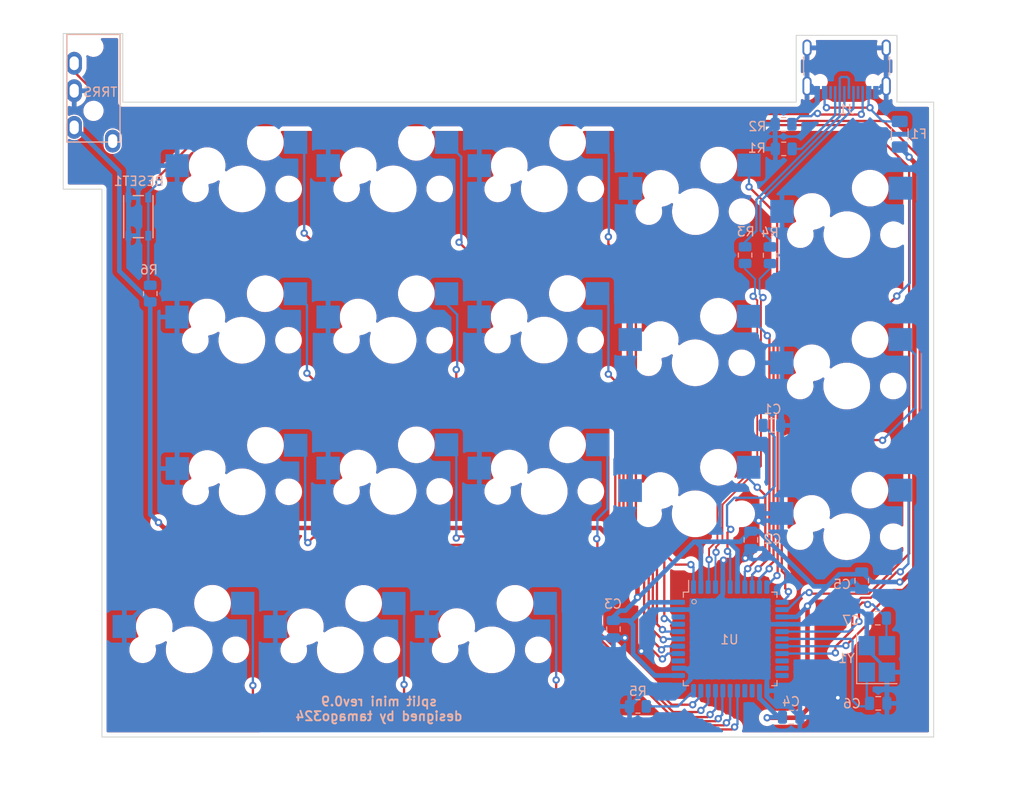
<source format=kicad_pcb>
(kicad_pcb (version 20211014) (generator pcbnew)
  (layers (0 "F.Cu" signal) (31 "B.Cu" signal) (34 "B.Paste" user) (35 "F.Paste" user) (36 "B.SilkS" user "B.Silkscreen") (37 "F.SilkS" user "F.Silkscreen") (38 "B.Mask" user) (39 "F.Mask" user) (44 "Edge.Cuts" user))
  (net 0 "")
  (net 1 "Net-(C1-Pad1)")
  (net 2 "GND")
  (net 3 "VCC")
  (net 4 "XTAL1")
  (net 5 "XTAL2")
  (net 6 "Net-(F1-Pad1)")
  (net 7 "Net-(J1-PadA5)")
  (net 8 "Net-(J1-PadA6)")
  (net 9 "Net-(J1-PadA7)")
  (net 11 "Net-(J1-PadB5)")
  (net 13 "SCL")
  (net 15 "D-")
  (net 16 "D+")
  (net 17 "Net-(R5-Pad1)")
  (net 18 "RESET")
  (net 19 "/col0")
  (net 20 "/col1")
  (net 21 "/col2")
  (net 22 "/col3")
  (net 23 "/col4")
  (net 24 "/col5")
  (net 25 "/col6")
  (net 26 "/col7")
  (net 27 "/col8")
  (net 28 "/col9")
  (net 29 "/col10")
  (net 30 "/col11")
  (net 31 "/col12")
  (net 32 "/col13")
  (net 33 "/col14")
  (net 34 "/col15")
  (net 35 "/col16")
  (net 36 "/col17")
  (footprint "split mini:CherryMX_Hotswap" (layer "F.Cu") (at 105.1 73.85)
    (fp_text reference "SW15" hide)
    (fp_text value "SW_Push" hide)
  )
  (footprint "split mini:CherryMX_Hotswap" (layer "F.Cu") (at 55.6 52.4)
    (fp_text reference "SW7" hide)
    (fp_text value "SW_Push" hide)
  )
  (footprint "split mini:CherryMX_Hotswap" (layer "F.Cu") (at 72.1 35.87)
    (fp_text reference "SW3" hide)
    (fp_text value "SW_Push" hide)
  )
  (footprint "split mini:CherryMX_Hotswap" (layer "F.Cu") (at 39.1 52.4)
    (fp_text reference "SW6" hide)
    (fp_text value "SW_Push" hide)
  )
  (footprint "split mini:CherryMX_Hotswap" (layer "F.Cu") (at 49.84 86.22)
    (fp_text reference "SW17" hide)
    (fp_text value "SW_Push" hide)
  )
  (footprint "split mini:CherryMX_Hotswap" (layer "F.Cu") (at 88.57 71.35)
    (fp_text reference "SW14" hide)
    (fp_text value "SW_Push" hide)
  )
  (footprint "split mini:CherryMX_Hotswap" (layer "F.Cu") (at 88.57 54.86)
    (fp_text reference "SW9" hide)
    (fp_text value "SW_Push" hide)
  )
  (footprint "split mini:CherryMX_Hotswap" (layer "F.Cu") (at 72.08 52.38)
    (fp_text reference "SW8" hide)
    (fp_text value "SW_Push" hide)
  )
  (footprint "split mini:CherryMX_Hotswap" (layer "F.Cu") (at 105.11 57.4)
    (fp_text reference "SW10" hide)
    (fp_text value "SW_Push" hide)
  )
  (footprint "split mini:CherryMX_Hotswap" (layer "F.Cu") (at 39.13 68.95)
    (fp_text reference "SW11" hide)
    (fp_text value "SW_Push" hide)
  )
  (footprint "split mini:CherryMX_Hotswap" (layer "F.Cu") (at 39.12 35.87)
    (fp_text reference "SW1" hide)
    (fp_text value "SW_Push" hide)
  )
  (footprint "split mini:CherryMX_Hotswap" (layer "F.Cu") (at 55.6 68.9)
    (fp_text reference "SW12" hide)
    (fp_text value "SW_Push" hide)
  )
  (footprint "split mini:CherryMX_Hotswap" (layer "F.Cu") (at 105.13 40.87)
    (fp_text reference "SW5" hide)
    (fp_text value "SW_Push" hide)
  )
  (footprint "split mini:CherryMX_Hotswap" (layer "F.Cu") (at 55.61 35.87)
    (fp_text reference "SW2" hide)
    (fp_text value "SW_Push" hide)
  )
  (footprint "split mini:CherryMX_Hotswap" (layer "F.Cu") (at 72.1 68.9)
    (fp_text reference "SW13" hide)
    (fp_text value "SW_Push" hide)
  )
  (footprint "split mini:CherryMX_Hotswap" (layer "F.Cu") (at 33.35 86.2)
    (fp_text reference "SW16" hide)
    (fp_text value "SW_Push" hide)
  )
  (footprint "split mini:CherryMX_Hotswap" (layer "F.Cu") (at 88.6 38.35)
    (fp_text reference "SW4" hide)
    (fp_text value "SW_Push" hide)
  )
  (footprint "split mini:CherryMX_Hotswap" (layer "F.Cu") (at 66.36 86.21)
    (fp_text reference "SW18" hide)
    (fp_text value "SW_Push" hide)
  )
  (footprint "split mini:USB_C_Receptacle_Neltron_5077CR-16SMC2" (layer "B.Cu") (at 105.1 21.54)
    (fp_text reference "J1")
    (fp_text value "USB_C_Receptacle_USB2.0")
  )
  (footprint "Package_QFP:LQFP-44_10x10mm_P0.8mm" (layer "B.Cu") (at 92.39 85.015 -90)
    (fp_text reference "U1")
    (fp_text value "ATmega32U4-A")
  )
  (footprint "Fuse:Fuse_1206_3216Metric" (layer "B.Cu") (at 110.9 29.9 -90)
    (fp_text reference "F1")
    (fp_text value "500mA")
  )
  (footprint "Resistor_SMD:R_0805_2012Metric" (layer "B.Cu") (at 82.32 92.385 180)
    (fp_text reference "R5")
    (fp_text value "10k")
  )
  (footprint "Resistor_SMD:R_0805_2012Metric" (layer "B.Cu") (at 98.2375 31.5 180)
    (fp_text reference "R1")
    (fp_text value "5.1k")
  )
  (footprint "Capacitor_SMD:C_0805_2012Metric" (layer "B.Cu") (at 106.75 78.65 -90)
    (fp_text reference "C5")
    (fp_text value "10μF")
  )
  (footprint "split mini:MJ-4PP-9_1side" (layer "B.Cu") (at 22.9 18.85 180)
    (fp_text reference "J2")
    (fp_text value "MJ-4PP-9" hide)
  )
  (footprint "Capacitor_SMD:C_0805_2012Metric" (layer "B.Cu") (at 108.5 82.75 180)
    (fp_text reference "C7")
    (fp_text value "22pF")
  )
  (footprint "Resistor_SMD:R_0805_2012Metric" (layer "B.Cu") (at 98.2175 28.81 180)
    (fp_text reference "R2")
    (fp_text value "5.1k")
  )
  (footprint "nosuz:SKRPAxE010" (layer "B.Cu") (at 27.8 38.9 -90)
    (fp_text reference "RESET1")
    (fp_text value "SKRPACE010")
  )
  (footprint "Crystal:Crystal_SMD_SeikoEpson_FA238-4Pin_3.2x2.5mm_HandSoldering" (layer "B.Cu") (at 108.4 87.2 90)
    (fp_text reference "Y1")
    (fp_text value "16MHz")
  )
  (footprint "Capacitor_SMD:C_0805_2012Metric" (layer "B.Cu") (at 99.05 93.565)
    (fp_text reference "C4")
    (fp_text value "0.1μF")
  )
  (footprint "Capacitor_SMD:C_0805_2012Metric" (layer "B.Cu") (at 94.65 74.2 -90)
    (fp_text reference "C2")
    (fp_text value "0.1μF")
  )
  (footprint "Resistor_SMD:R_0805_2012Metric" (layer "B.Cu") (at 29.1 47.3 90)
    (fp_text reference "R6")
    (fp_text value "10k")
  )
  (footprint "Capacitor_SMD:C_0805_2012Metric" (layer "B.Cu") (at 108.55 92.05 180)
    (fp_text reference "C6")
    (fp_text value "22pF")
  )
  (footprint "Resistor_SMD:R_0805_2012Metric" (layer "B.Cu") (at 96.75 43.1125 -90)
    (fp_text reference "R4")
    (fp_text value "22")
  )
  (footprint "Resistor_SMD:R_0805_2012Metric" (layer "B.Cu") (at 94.02 43.1025 -90)
    (fp_text reference "R3")
    (fp_text value "22")
  )
  (footprint "Capacitor_SMD:C_0805_2012Metric" (layer "B.Cu") (at 79.65 83.95 -90)
    (fp_text reference "C3")
    (fp_text value "0.1μF")
  )
  (footprint "Capacitor_SMD:C_0805_2012Metric" (layer "B.Cu") (at 96.95 61.7)
    (fp_text reference "C1")
    (fp_text value "1μF")
  )
  (gr_circle (center 88.45 80.95) (end 88.68 81.04) (layer "B.SilkS") (width 0.1) (fill none))
  (gr_line (start 26.1 26.4) (end 26.1 18.9) (layer "Edge.Cuts") (width 0.1))
  (gr_line (start 19.6 18.9) (end 19.6 35.9) (layer "Edge.Cuts") (width 0.1))
  (gr_line (start 23.825 95.725) (end 114.6 95.725) (layer "Edge.Cuts") (width 0.1))
  (gr_line (start 114.6 26.4) (end 110.6 26.4) (layer "Edge.Cuts") (width 0.1))
  (gr_line (start 99.6 19.1) (end 99.6 26.4) (layer "Edge.Cuts") (width 0.1))
  (gr_line (start 23.825 35.9) (end 19.6 35.9) (layer "Edge.Cuts") (width 0.1))
  (gr_line (start 23.825 35.9) (end 23.825 95.725) (layer "Edge.Cuts") (width 0.1))
  (gr_line (start 110.6 19.1) (end 99.6 19.1) (layer "Edge.Cuts") (width 0.1))
  (gr_line (start 26.1 18.9) (end 19.6 18.9) (layer "Edge.Cuts") (width 0.1))
  (gr_line (start 114.6 95.725) (end 114.6 26.4) (layer "Edge.Cuts") (width 0.1))
  (gr_line (start 99.6 26.4) (end 26.1 26.4) (layer "Edge.Cuts") (width 0.1))
  (gr_line (start 110.6 26.4) (end 110.6 19.1) (layer "Edge.Cuts") (width 0.1))
  (gr_text "split mini rev0.9\ndesigned by tamago324" (at 54.06 92.65) (layer "B.SilkS") (effects (font (size 1 1) (thickness 0.2)) (justify mirror)))
  (segment (start 92.1 75.45) (end 92.099312 75.450688) (width 0.25) (layer "F.Cu") (net 1))
  (segment (start 92.1 73.4) (end 92.1 75.45) (width 0.25) (layer "F.Cu") (net 1))
  (segment (start 92.45 73.05) (end 92.1 73.4) (width 0.25) (layer "F.Cu") (net 1))
  (via (at 92.099312 75.450688) (size 0.8) (drill 0.4) (layers "F.Cu" "B.Cu") (net 1))
  (via (at 92.45 73.05) (size 0.8) (drill 0.4) (layers "F.Cu" "B.Cu") (net 1))
  (segment (start 97.25 68.35) (end 96 69.6) (width 0.25) (layer "B.Cu") (net 1))
  (segment (start 92.39 75.741376) (end 92.39 79.3525) (width 0.25) (layer "B.Cu") (net 1))
  (segment (start 92.05 72.65) (end 92.45 73.05) (width 0.25) (layer "B.Cu") (net 1))
  (segment (start 92.099312 75.450688) (end 92.39 75.741376) (width 0.25) (layer "B.Cu") (net 1))
  (segment (start 96 69.6) (end 92.85 69.6) (width 0.25) (layer "B.Cu") (net 1))
  (segment (start 92.05 70.4) (end 92.05 72.65) (width 0.25) (layer "B.Cu") (net 1))
  (segment (start 96 61.7) (end 97.25 62.95) (width 0.25) (layer "B.Cu") (net 1))
  (segment (start 97.25 62.95) (end 97.25 68.35) (width 0.25) (layer "B.Cu") (net 1))
  (segment (start 92.85 69.6) (end 92.05 70.4) (width 0.25) (layer "B.Cu") (net 1))
  (segment (start 94.4 73.2) (end 94.4 75.8395) (width 0.5) (layer "F.Cu") (net 2))
  (segment (start 80.9 84.9) (end 81.251376 84.9) (width 0.5) (layer "F.Cu") (net 2))
  (segment (start 93.8395 76.4) (end 91.682909 76.4) (width 0.5) (layer "F.Cu") (net 2))
  (segment (start 94.4 75.8395) (end 94.0395 76.2) (width 0.5) (layer "F.Cu") (net 2))
  (segment (start 81.251376 84.9) (end 82.700438 86.349062) (width 0.5) (layer "F.Cu") (net 2))
  (segment (start 95.5 72.1) (end 94.4 73.2) (width 0.5) (layer "F.Cu") (net 2))
  (segment (start 91.682909 76.4) (end 91.6655 76.417409) (width 0.5) (layer "F.Cu") (net 2))
  (segment (start 94.0395 76.2) (end 93.8395 76.4) (width 0.5) (layer "F.Cu") (net 2))
  (via (at 104.14 91.44) (size 0.8) (drill 0.4) (layers "F.Cu" "B.Cu") (net 2))
  (via (at 91.6655 76.417409) (size 0.8) (drill 0.4) (layers "F.Cu" "B.Cu") (net 2))
  (via (at 82.700438 86.349062) (size 0.8) (drill 0.4) (layers "F.Cu" "B.Cu") (net 2))
  (via (at 94.0395 76.2) (size 0.8) (drill 0.4) (layers "F.Cu" "B.Cu") (net 2))
  (via (at 95.5 72.1) (size 0.8) (drill 0.4) (layers "F.Cu" "B.Cu") (net 2))
  (via (at 80.9 84.9) (size 0.8) (drill 0.4) (layers "F.Cu" "B.Cu") (net 2))
  (segment (start 26.72 35.33) (end 27.35 34.7) (width 0.5) (layer "B.Cu") (net 2))
  (segment (start 95.415 30.7) (end 83.2 30.7) (width 0.5) (layer "B.Cu") (net 2))
  (segment (start 109.42 24.64) (end 109.42 20.46) (width 0.5) (layer "B.Cu") (net 2))
  (segment (start 27.35 34.7) (end 28.72 33.33) (width 0.5) (layer "B.Cu") (net 2))
  (segment (start 109.5 92.05) (end 109.5 88.65) (width 0.5) (layer "B.Cu") (net 2))
  (segment (start 65.015 33.33) (end 65.015 49.82) (width 0.5) (layer "B.Cu") (net 2))
  (segment (start 89.585 81.815) (end 89.89585 81.815) (width 0.5) (layer "B.Cu") (net 2))
  (segment (start 59.275 83.67) (end 59.275 87.725) (width 0.5) (layer "B.Cu") (net 2))
  (segment (start 89.89585 81.815) (end 91.59 80.12085) (width 0.5) (layer "B.Cu") (net 2))
  (segment (start 96.39 90.6775) (end 96.39 88.79) (width 0.5) (layer "B.Cu") (net 2))
  (segment (start 48.515 49.86) (end 48.515 33.34) (width 0.5) (layer "B.Cu") (net 2))
  (segment (start 82.700438 86.349062) (end 82.700438 82.939512) (width 0.5) (layer "B.Cu") (net 2))
  (segment (start 98.045 54.84) (end 98.025 54.86) (width 0.5) (layer "B.Cu") (net 2))
  (segment (start 100.78 24.64) (end 101.2 24.64) (width 0.5) (layer "B.Cu") (net 2))
  (segment (start 97.9 61.7) (end 98.025 61.575) (width 0.5) (layer "B.Cu") (net 2))
  (segment (start 91.6655 76.417409) (end 91.55 76.532909) (width 0.5) (layer "B.Cu") (net 2))
  (segment (start 94.0395 75.7605) (end 94.65 75.15) (width 0.5) (layer "B.Cu") (net 2))
  (segment (start 48.515 77.92) (end 46.9425 79.4925) (width 0.5) (layer "B.Cu") (net 2))
  (segment (start 88.05 88.76915) (end 87.49585 88.215) (width 0.5) (layer "B.Cu") (net 2))
  (segment (start 97.305 28.81) (end 95.415 30.7) (width 0.5) (layer "B.Cu") (net 2))
  (segment (start 92.45 83.25) (end 92.615 83.415) (width 0.5) (layer "B.Cu") (net 2))
  (segment (start 107.55 82.75) (end 107.3 83) (width 0.5) (layer "B.Cu") (net 2))
  (segment (start 83.6925 90.1) (end 87.45 90.1) (width 0.5) (layer "B.Cu") (net 2))
  (segment (start 81.515 32.385) (end 81.515 35.81) (width 0.5) (layer "B.Cu") (net 2))
  (segment (start 80.9 84.9) (end 79.65 84.9) (width 0.5) (layer "B.Cu") (net 2))
  (segment (start 68.45 28.05) (end 65.015 31.485) (width 0.5) (layer "B.Cu") (net 2))
  (segment (start 98.015 61.815) (end 98.015 71.31) (width 0.5) (layer "B.Cu") (net 2))
  (segment (start 64.1725 78.7725) (end 65.015 77.93) (width 0.5) (layer "B.Cu") (net 2))
  (segment (start 98.045 38.33) (end 98.045 54.84) (width 0.5) (layer "B.Cu") (net 2))
  (segment (start 95.5 72.1) (end 97.225 72.1) (width 0.5) (layer "B.Cu") (net 2))
  (segment (start 32.035 49.84) (end 32.015 49.86) (width 0.5) (layer "B.Cu") (net 2))
  (segment (start 101 27.35) (end 97.65 27.35) (width 0.5) (layer "B.Cu") (net 2))
  (segment (start 93.8 86.2) (end 92.45 86.2) (width 0.5) (layer "B.Cu") (net 2))
  (segment (start 65.015 77.93) (end 65.015 66.36) (width 0.5) (layer "B.Cu") (net 2))
  (segment (start 65.015 49.82) (end 64.995 49.84) (width 0.5) (layer "B.Cu") (net 2))
  (segment (start 79.7 28.05) (end 68.45 28.05) (width 0.5) (layer "B.Cu") (net 2))
  (segment (start 87.45 90.1) (end 87.45 90.04915) (width 0.5) (layer "B.Cu") (net 2))
  (segment (start 91.015 81.815) (end 89.585 81.815) (width 0.5) (layer "B.Cu") (net 2))
  (segment (start 22.9 25.15) (end 27.35 29.6) (width 0.5) (layer "B.Cu") (net 2))
  (segment (start 27.35 29.6) (end 27.35 34.7) (width 0.5) (layer "B.Cu") (net 2))
  (segment (start 59.275 87.725) (end 62.49625 90.94625) (width 0.5) (layer "B.Cu") (net 2))
  (segment (start 65.015 31.485) (end 65.015 33.33) (width 0.5) (layer "B.Cu") (net 2))
  (segment (start 20.8 25.15) (end 22.9 25.15) (width 0.5) (layer "B.Cu") (net 2))
  (segment (start 82.84625 90.94625) (end 83.6925 90.1) (width 0.5) (layer "B.Cu") (net 2))
  (segment (start 99.835 83.415) (end 98.0525 83.415) (width 0.5) (layer "B.Cu") (net 2))
  (segment (start 97.47995 92.39) (end 96.39 91.30005) (width 0.5) (layer "B.Cu") (net 2))
  (segment (start 91.59 80.12085) (end 91.59 79.3525) (width 0.5) (layer "B.Cu") (net 2))
  (segment (start 92.45 86.2) (end 92.45 83.25) (width 0.5) (layer "B.Cu") (net 2))
  (segment (start 97.305 27.695) (end 97.305 28.81) (width 0.5) (layer "B.Cu") (net 2))
  (segment (start 92.45 83.25) (end 91.015 81.815) (width 0.5) (layer "B.Cu") (net 2))
  (segment (start 105.8 78.65) (end 105.75 78.65) (width 0.5) (layer "B.Cu") (net 2))
  (segment (start 28.72 33.33) (end 32.035 33.33) (width 0.5) (layer "B.Cu") (net 2))
  (segment (start 65.015 66.36) (end 65.015 49.86) (width 0.5) (layer "B.Cu") (net 2))
  (segment (start 106.75 79.6) (end 105.8 78.65) (width 0.5) (layer "B.Cu") (net 2))
  (segment (start 97.9 61.7) (end 98.015 61.815) (width 0.5) (layer "B.Cu") (net 2))
  (segment (start 109.5 88.345) (end 109.5 88.65) (width 0.35) (layer "B.Cu") (net 2))
  (segment (start 62.49625 90.94625) (end 82.84625 90.94625) (width 0.5) (layer "B.Cu") (net 2))
  (segment (start 48.515 66.36) (end 48.515 77.365) (width 0.5) (layer "B.Cu") (net 2))
  (segment (start 87.45 90.04915) (end 88.05 89.44915) (width 0.5) (layer "B.Cu") (net 2))
  (segment (start 26.72 36.82) (end 26.72 40.98) (width 0.5) (layer "B.Cu") (net 2))
  (segment (start 32.045 77.88) (end 26.265 83.66) (width 0.5) (layer "B.Cu") (net 2))
  (segment (start 105.75 78.65) (end 102.4 82) (width 0.5) (layer "B.Cu") (net 2))
  (segment (start 101.9 25.34) (end 101.9 26.45) (width 0.5) (layer "B.Cu") (net 2))
  (segment (start 82.775 31.125) (end 81.515 32.385) (width 0.5) (layer "B.Cu") (net 2))
  (segment (start 48.515 77.365) (end 62.765 77.365) (width 0.5) (layer "B.Cu") (net 2))
  (segment (start 91.59 76.492909) (end 91.59 79.3525) (width 0.5) (layer "B.Cu") (net 2))
  (segment (start 48.515 66.36) (end 48.515 49.86) (width 0.5) (layer "B.Cu") (net 2))
  (segment (start 48.515 77.365) (end 48.515 77.92) (width 0.5) (layer "B.Cu") (net 2))
  (segment (start 46.9425 79.4925) (end 42.755 83.68) (width 0.5) (layer "B.Cu") (net 2))
  (segment (start 98.825 92.39) (end 97.47995 92.39) (width 0.5) (layer "B.Cu") (net 2))
  (segment (start 91.6655 76.417409) (end 91.59 76.492909) (width 0.5) (layer "B.Cu") (net 2))
  (segment (start 32.045 66.41) (end 32.045 77.88) (width 0.5) (layer "B.Cu") (net 2))
  (segment (start 107.3 85.75) (end 107.3 86.145) (width 0.35) (layer "B.Cu") (net 2))
  (segment (start 97.65 27.35) (end 97.305 27.695) (width 0.5) (layer "B.Cu") (net 2))
  (segment (start 81.485 68.81) (end 81.485 52.32) (width 0.5) (layer "B.Cu") (net 2))
  (segment (start 48.515 33.34) (end 48.525 33.33) (width 0.5) (layer "B.Cu") (net 2))
  (segment (start 108.72 25.34) (end 109.42 24.64) (width 0.5) (layer "B.Cu") (net 2))
  (segment (start 82.700438 82.939512) (end 83.82495 81.815) (width 0.5) (layer "B.Cu") (net 2))
  (segment (start 88.05 88.76915) (end 89.88085 88.76915) (width 0.5) (layer "B.Cu") (net 2))
  (segment (start 89.88085 88.76915) (end 92.45 86.2) (width 0.5) (layer "B.Cu") (net 2))
  (segment (start 92.615 83.415) (end 98.0525 83.415) (width 0.5) (layer "B.Cu") (net 2))
  (segment (start 65.015 49.86) (end 64.995 49.84) (width 0.5) (layer "B.Cu") (net 2))
  (segment (start 45.33 77.88) (end 46.9425 79.4925) (width 0.5) (layer "B.Cu") (net 2))
  (segment (start 94.0395 76.2) (end 94.0395 75.7605) (width 0.5) (layer "B.Cu") (net 2))
  (segment (start 100.78 20.46) (end 100.78 24.64) (width 0.5) (layer "B.Cu") (net 2))
  (segment (start 87.49585 88.215) (end 86.7275 88.215) (width 0.5) (layer "B.Cu") (net 2))
  (segment (start 101.9 26.45) (end 101 27.35) (width 0.5) (layer "B.Cu") (net 2))
  (segment (start 107.3 86.145) (end 109.5 88.345) (width 0.35) (layer "B.Cu") (net 2))
  (segment (start 97.305 28.81) (end 97.305 31.48) (width 0.5) (layer "B.Cu") (net 2))
  (segment (start 81.485 52.32) (end 81.485 35.84) (width 0.5) (layer "B.Cu") (net 2))
  (segment (start 86.7275 81.815) (end 89.585 81.815) (width 0.5) (layer "B.Cu") (net 2))
  (segment (start 107.3 83) (end 107.3 85.75) (width 0.5) (layer "B.Cu") (net 2))
  (segment (start 102.4 82) (end 100.985 83.415) (width 0.5) (layer "B.Cu") (net 2))
  (segment (start 32.045 77.88) (end 45.33 77.88) (width 0.5) (layer "B.Cu") (net 2))
  (segment (start 98.025 61.575) (end 98.025 54.86) (width 0.5) (layer "B.Cu") (net 2))
  (segment (start 96.39 88.79) (end 93.8 86.2) (width 0.5) (layer "B.Cu") (net 2))
  (segment (start 81.4075 92.385) (end 82.84625 90.94625) (width 0.5) (layer "B.Cu") (net 2))
  (segment (start 26.72 36.82) (end 26.72 35.33) (width 0.5) (layer "B.Cu") (net 2))
  (segment (start 107.55 82.75) (end 106.8 82) (width 0.5) (layer "B.Cu") (net 2))
  (segment (start 83.2 30.7) (end 82.775 31.125) (width 0.5) (layer "B.Cu") (net 2))
  (segment (start 100 93.565) (end 98.825 92.39) (width 0.5) (layer "B.Cu") (net 2))
  (segment (start 62.765 77.365) (end 64.1725 78.7725) (width 0.5) (layer "B.Cu") (net 2))
  (segment (start 32.015 66.38) (end 32.045 66.41) (width 0.5) (layer "B.Cu") (net 2))
  (segment (start 88.05 89.44915) (end 88.05 88.76915) (width 0.5) (layer "B.Cu") (net 2))
  (segment (start 100.985 83.415) (end 99.835 83.415) (width 0.5) (layer "B.Cu") (net 2))
  (segment (start 32.035 33.33) (end 32.035 49.84) (width 0.5) (layer "B.Cu") (net 2))
  (segment (start 101.2 24.64) (end 101.9 25.34) (width 0.5) (layer "B.Cu") (net 2))
  (segment (start 97.225 72.1) (end 98.015 71.31) (width 0.5) (layer "B.Cu") (net 2))
  (segment (start 59.275 83.67) (end 64.1725 78.7725) (width 0.5) (layer "B.Cu") (net 2))
  (segment (start 32.015 49.86) (end 32.015 66.38) (width 0.5) (layer "B.Cu") (net 2))
  (segment (start 97.305 31.48) (end 97.325 31.5) (width 0.5) (layer "B.Cu") (net 2))
  (segment (start 108.3 25.34) (end 108.72 25.34) (width 0.5) (layer "B.Cu") (net 2))
  (segment (start 81.485 35.84) (end 81.515 35.81) (width 0.5) (layer "B.Cu") (net 2))
  (segment (start 82.775 31.125) (end 79.7 28.05) (width 0.5) (layer "B.Cu") (net 2))
  (segment (start 109.42 20.46) (end 100.78 20.46) (width 0.5) (layer "B.Cu") (net 2))
  (segment (start 96.39 91.30005) (end 96.39 90.6775) (width 0.5) (layer "B.Cu") (net 2))
  (segment (start 83.82495 81.815) (end 86.7275 81.815) (width 0.5) (layer "B.Cu") (net 2))
  (segment (start 106.8 82) (end 102.4 82) (width 0.5) (layer "B.Cu") (net 2))
  (segment (start 30.6 72.9) (end 30 72.3) (width 0.5) (layer "F.Cu") (net 3))
  (segment (start 96.425 93.625) (end 99.875 93.625) (width 0.5) (layer "F.Cu") (net 3))
  (segment (start 100.830025 92.669975) (end 100.830025 81.430025) (width 0.5) (layer "F.Cu") (net 3))
  (segment (start 99.875 93.625) (end 100.830025 92.669975) (width 0.5) (layer "F.Cu") (net 3))
  (segment (start 82.2755 76.9755) (end 78.2 72.9) (width 0.5) (layer "F.Cu") (net 3))
  (segment (start 112.5 32.975) (end 111.925 32.4) (width 0.5) (layer "F.Cu") (net 3))
  (segment (start 110.9 78.8) (end 111.051375 78.8) (width 0.5) (layer "F.Cu") (net 3))
  (segment (start 111.051375 78.8) (end 112.5 77.351375) (width 0.5) (layer "F.Cu") (net 3))
  (segment (start 82.2755 80.475) (end 82.2755 76.9755) (width 0.5) (layer "F.Cu") (net 3))
  (segment (start 112.5 77.351375) (end 112.5 32.975) (width 0.5) (layer "F.Cu") (net 3))
  (segment (start 78.2 72.9) (end 30.6 72.9) (width 0.5) (layer "F.Cu") (net 3))
  (via (at 30 72.3) (size 0.8) (drill 0.4) (layers "F.Cu" "B.Cu") (net 3))
  (via (at 100.830025 81.430025) (size 0.8) (drill 0.4) (layers "F.Cu" "B.Cu") (net 3))
  (via (at 110.9 78.8) (size 0.8) (drill 0.4) (layers "F.Cu" "B.Cu") (net 3))
  (via (at 96.425 93.625) (size 0.8) (drill 0.4) (layers "F.Cu" "B.Cu") (net 3))
  (via (at 82.2755 80.475) (size 0.8) (drill 0.4) (layers "F.Cu" "B.Cu") (net 3))
  (via (at 111.925 32.4) (size 0.8) (drill 0.4) (layers "F.Cu" "B.Cu") (net 3))
  (segment (start 79.65 83) (end 81.3 83) (width 0.5) (layer "B.Cu") (net 3))
  (segment (start 83.635 81.015) (end 86.7275 81.015) (width 0.5) (layer "B.Cu") (net 3))
  (segment (start 81.475 83.175) (end 81.8 83.5) (width 0.5) (layer "B.Cu") (net 3))
  (segment (start 94.65 73.25) (end 95.5 73.25) (width 0.5) (layer "B.Cu") (net 3))
  (segment (start 89.19 74.94) (end 88.65 74.4) (width 0.5) (layer "B.Cu") (net 3))
  (segment (start 93.19 75.34) (end 92.25 74.4) (width 0.5) (layer "B.Cu") (net 3))
  (segment (start 98.1 93.565) (end 97.665 93.565) (width 0.5) (layer "B.Cu") (net 3))
  (segment (start 25.725 33.975) (end 20.9 29.15) (width 0.5) (layer "B.Cu") (net 3))
  (segment (start 91.5 74.4) (end 88.475 74.4) (width 0.5) (layer "B.Cu") (net 3))
  (segment (start 100.830025 81.430025) (end 99.64505 82.615) (width 0.5) (layer "B.Cu") (net 3))
  (segment (start 80.95 81.925) (end 80.35 81.925) (width 0.5) (layer "B.Cu") (net 3))
  (segment (start 81.3 83) (end 81.475 83.175) (width 0.5) (layer "B.Cu") (net 3))
  (segment (start 84.165 89.015) (end 86.7275 89.015) (width 0.5) (layer "B.Cu") (net 3))
  (segment (start 29.1 71.4) (end 30 72.3) (width 0.5) (layer "B.Cu") (net 3))
  (segment (start 111.925 32.325) (end 110.9 31.3) (width 0.5) (layer "B.Cu") (net 3))
  (segment (start 110.9 78.8) (end 107.85 78.8) (width 0.5) (layer "B.Cu") (net 3))
  (segment (start 97.665 93.565) (end 95.59 91.49) (width 0.5) (layer "B.Cu") (net 3))
  (segment (start 111.925 32.4) (end 111.925 32.325) (width 0.5) (layer "B.Cu") (net 3))
  (segment (start 106.5 77.95) (end 104.310051 77.95) (width 0.5) (layer "B.Cu") (net 3))
  (segment (start 29.1 48.2125) (end 29.1 71.4) (width 0.5) (layer "B.Cu") (net 3))
  (segment (start 96.485 93.565) (end 98.1 93.565) (width 0.5) (layer "B.Cu") (net 3))
  (segment (start 106.75 77.7) (end 106.5 77.95) (width 0.5) (layer "B.Cu") (net 3))
  (segment (start 29.1 48.2125) (end 25.725 44.8375) (width 0.5) (layer "B.Cu") (net 3))
  (segment (start 79.65 82.625) (end 79.65 83) (width 0.5) (layer "B.Cu") (net 3))
  (segment (start 25.725 44.8375) (end 25.725 33.975) (width 0.5) (layer "B.Cu") (net 3))
  (segment (start 94.65 73.25) (end 93.5 74.4) (width 0.5) (layer "B.Cu") (net 3))
  (segment (start 20.9 29.15) (end 20.8 29.15) (width 0.5) (layer "B.Cu") (net 3))
  (segment (start 96.425 93.625) (end 96.485 93.565) (width 0.5) (layer "B.Cu") (net 3))
  (segment (start 81.475 83.175) (end 83.635 81.015) (width 0.5) (layer "B.Cu") (net 3))
  (segment (start 92.25 74.4) (end 91.5 74.4) (width 0.5) (layer "B.Cu") (net 3))
  (segment (start 89.19 79.3525) (end 89.19 74.94) (width 0.5) (layer "B.Cu") (net 3))
  (segment (start 88.475 74.4) (end 80.95 81.925) (width 0.5) (layer "B.Cu") (net 3))
  (segment (start 80.35 81.925) (end 79.65 82.625) (width 0.5) (layer "B.Cu") (net 3))
  (segment (start 107.85 78.8) (end 106.75 77.7) (width 0.5) (layer "B.Cu") (net 3))
  (segment (start 81.8 83.5) (end 81.8 86.65) (width 0.5) (layer "B.Cu") (net 3))
  (segment (start 95.59 91.49) (end 95.59 90.6775) (width 0.5) (layer "B.Cu") (net 3))
  (segment (start 95.5 73.25) (end 101.530025 79.280025) (width 0.5) (layer "B.Cu") (net 3))
  (segment (start 101.530025 79.280025) (end 102.980025 79.280025) (width 0.5) (layer "B.Cu") (net 3))
  (segment (start 102.980025 79.280025) (end 100.830025 81.430025) (width 0.5) (layer "B.Cu") (net 3))
  (segment (start 93.19 79.3525) (end 93.19 75.34) (width 0.5) (layer "B.Cu") (net 3))
  (segment (start 99.64505 82.615) (end 98.0525 82.615) (width 0.5) (layer "B.Cu") (net 3))
  (segment (start 93.5 74.4) (end 91.5 74.4) (width 0.5) (layer "B.Cu") (net 3))
  (segment (start 81.8 86.65) (end 84.165 89.015) (width 0.5) (layer "B.Cu") (net 3))
  (segment (start 104.310051 77.95) (end 102.980025 79.280025) (width 0.5) (layer "B.Cu") (net 3))
  (segment (start 105.515 85.015) (end 98.0525 85.015) (width 0.25) (layer "B.Cu") (net 4))
  (segment (start 107.3 88.65) (end 107.3 91.75) (width 0.25) (layer "B.Cu") (net 4))
  (segment (start 107.6 92.05) (end 107.275 92.375) (width 0.25) (layer "B.Cu") (net 4))
  (segment (start 105.75 91.75) (end 105.75 85.25) (width 0.25) (layer "B.Cu") (net 4))
  (segment (start 105.75 85.25) (end 105.515 85.015) (width 0.25) (layer "B.Cu") (net 4))
  (segment (start 106.375 92.375) (end 105.75 91.75) (width 0.25) (layer "B.Cu") (net 4))
  (segment (start 107.275 92.375) (end 106.375 92.375) (width 0.25) (layer "B.Cu") (net 4))
  (segment (start 107.3 91.75) (end 107.6 92.05) (width 0.25) (layer "B.Cu") (net 4))
  (segment (start 106.4505 83.113188) (end 106.4505 81.3995) (width 0.25) (layer "F.Cu") (net 5))
  (segment (start 106.8 81.05) (end 107.2005 81.05) (width 0.25) (layer "F.Cu") (net 5))
  (segment (start 106.4505 81.3995) (end 106.8 81.05) (width 0.25) (layer "F.Cu") (net 5))
  (segment (start 107.2005 81.05) (end 107.4 81.2495) (width 0.25) (layer "F.Cu") (net 5))
  (via (at 106.4505 83.113188) (size 0.8) (drill 0.4) (layers "F.Cu" "B.Cu") (net 5))
  (via (at 107.4 81.2495) (size 0.8) (drill 0.4) (layers "F.Cu" "B.Cu") (net 5))
  (segment (start 109.45 85.105) (end 109.5 85.155) (width 0.25) (layer "B.Cu") (net 5))
  (segment (start 109.5 85.155) (end 109.5 85.75) (width 0.25) (layer "B.Cu") (net 5))
  (segment (start 109.45 82.75) (end 109.45 85.105) (width 0.25) (layer "B.Cu") (net 5))
  (segment (start 106.4505 83.113188) (end 105.348688 84.215) (width 0.25) (layer "B.Cu") (net 5))
  (segment (start 105.348688 84.215) (end 98.0525 84.215) (width 0.25) (layer "B.Cu") (net 5))
  (segment (start 107.9495 81.2495) (end 109.45 82.75) (width 0.25) (layer "B.Cu") (net 5))
  (segment (start 107.4 81.2495) (end 107.9495 81.2495) (width 0.25) (layer "B.Cu") (net 5))
  (segment (start 107.65 27) (end 102.9 27) (width 0.25) (layer "F.Cu") (net 6))
  (via (at 102.9 27) (size 0.8) (drill 0.4) (layers "F.Cu" "B.Cu") (net 6))
  (via (at 107.65 27) (size 0.8) (drill 0.4) (layers "F.Cu" "B.Cu") (net 6))
  (segment (start 109.05 28.5) (end 110.9 28.5) (width 0.25) (layer "B.Cu") (net 6))
  (segment (start 107.5 25.34) (end 107.5 26.95) (width 0.25) (layer "B.Cu") (net 6))
  (segment (start 102.7 25.34) (end 102.7 26.8) (width 0.25) (layer "B.Cu") (net 6))
  (segment (start 107.5 26.95) (end 109.05 28.5) (width 0.25) (layer "B.Cu") (net 6))
  (segment (start 102.7 26.8) (end 102.9 27) (width 0.25) (layer "B.Cu") (net 6))
  (segment (start 103.85 27.813604) (end 103.85 25.34) (width 0.25) (layer "B.Cu") (net 7))
  (segment (start 100.163604 31.5) (end 103.85 27.813604) (width 0.25) (layer "B.Cu") (net 7))
  (segment (start 99.15 31.5) (end 100.163604 31.5) (width 0.25) (layer "B.Cu") (net 7))
  (segment (start 104.85 25.34) (end 104.85 26.9) (width 0.25) (layer "B.Cu") (net 8))
  (segment (start 96.75 41.45) (end 95.7 40.4) (width 0.25) (layer "B.Cu") (net 8))
  (segment (start 95.7 40.4) (end 95.7 37.236396) (width 0.25) (layer "B.Cu") (net 8))
  (segment (start 96.75 42.2) (end 96.75 41.45) (width 0.25) (layer "B.Cu") (net 8))
  (segment (start 105.85 27.086396) (end 105.85 25.34) (width 0.25) (layer "B.Cu") (net 8))
  (segment (start 105.443198 27.493198) (end 105.85 27.086396) (width 0.25) (layer "B.Cu") (net 8))
  (segment (start 104.85 26.9) (end 105.443198 27.493198) (width 0.25) (layer "B.Cu") (net 8))
  (segment (start 95.7 37.236396) (end 105.443198 27.493198) (width 0.25) (layer "B.Cu") (net 8))
  (segment (start 105.15 23.65) (end 105.35 23.85) (width 0.25) (layer "B.Cu") (net 9))
  (segment (start 94.02 42.19) (end 94.02 41.68) (width 0.25) (layer "B.Cu") (net 9))
  (segment (start 104.35 27.95) (end 104.35 25.34) (width 0.25) (layer "B.Cu") (net 9))
  (segment (start 95.25 37.05) (end 104.35 27.95) (width 0.25) (layer "B.Cu") (net 9))
  (segment (start 104.35 23.8) (end 104.5 23.65) (width 0.25) (layer "B.Cu") (net 9))
  (segment (start 95.25 40.45) (end 95.25 37.05) (width 0.25) (layer "B.Cu") (net 9))
  (segment (start 104.5 23.65) (end 105.15 23.65) (width 0.25) (layer "B.Cu") (net 9))
  (segment (start 94.02 42.19) (end 94.02 41.7925) (width 0.25) (layer "B.Cu") (net 9))
  (segment (start 105.35 23.85) (end 105.35 25.34) (width 0.25) (layer "B.Cu") (net 9))
  (segment (start 94.02 41.68) (end 95.25 40.45) (width 0.25) (layer "B.Cu") (net 9))
  (segment (start 104.35 25.34) (end 104.35 23.8) (width 0.25) (layer "B.Cu") (net 9))
  (segment (start 102.05 27.75) (end 101.925688 27.625688) (width 0.25) (layer "F.Cu") (net 11))
  (segment (start 106.6745 27.75) (end 102.05 27.75) (width 0.25) (layer "F.Cu") (net 11))
  (segment (start 106.7 27.7245) (end 106.6745 27.75) (width 0.25) (layer "F.Cu") (net 11))
  (via (at 106.7 27.7245) (size 0.8) (drill 0.4) (layers "F.Cu" "B.Cu") (net 11))
  (via (at 101.925688 27.625688) (size 0.8) (drill 0.4) (layers "F.Cu" "B.Cu") (net 11))
  (segment (start 100.015 27.925) (end 99.13 28.81) (width 0.25) (layer "B.Cu") (net 11))
  (segment (start 101.238173 27.925) (end 100.015 27.925) (width 0.25) (layer "B.Cu") (net 11))
  (segment (start 101.925688 27.625688) (end 101.537485 27.625688) (width 0.25) (layer "B.Cu") (net 11))
  (segment (start 106.7 27.7245) (end 106.85 27.5745) (width 0.25) (layer "B.Cu") (net 11))
  (segment (start 101.537485 27.625688) (end 101.238173 27.925) (width 0.25) (layer "B.Cu") (net 11))
  (segment (start 106.85 27.5745) (end 106.85 25.34) (width 0.25) (layer "B.Cu") (net 11))
  (segment (start 113.075 32.399695) (end 109.124805 28.4495) (width 0.25) (layer "F.Cu") (net 13))
  (segment (start 37.135896 28.4495) (end 37.086396 28.4) (width 0.25) (layer "F.Cu") (net 13))
  (segment (start 26.111701 28.4) (end 21.225 23.513299) (width 0.25) (layer "F.Cu") (net 13))
  (segment (start 21.225 23.5) (end 20.8 23.075) (width 0.25) (layer "F.Cu") (net 13))
  (segment (start 105.0255 85.7395) (end 107.1755 83.5895) (width 0.25) (layer "F.Cu") (net 13))
  (segment (start 109.124805 28.4495) (end 37.135896 28.4495) (width 0.25) (layer "F.Cu") (net 13))
  (segment (start 110.225 79.675) (end 111.225 79.675) (width 0.25) (layer "F.Cu") (net 13))
  (segment (start 107.1755 83.5895) (end 107.1755 82.7245) (width 0.25) (layer "F.Cu") (net 13))
  (segment (start 20.8 23.075) (end 20.8 22.15) (width 0.25) (layer "F.Cu") (net 13))
  (segment (start 107.1755 82.7245) (end 110.225 79.675) (width 0.25) (layer "F.Cu") (net 13))
  (segment (start 37.086396 28.4) (end 26.111701 28.4) (width 0.25) (layer "F.Cu") (net 13))
  (segment (start 113.075 77.825) (end 113.075 32.399695) (width 0.25) (layer "F.Cu") (net 13))
  (segment (start 21.225 23.513299) (end 21.225 23.5) (width 0.25) (layer "F.Cu") (net 13))
  (segment (start 111.225 79.675) (end 113.075 77.825) (width 0.25) (layer "F.Cu") (net 13))
  (via (at 105.0255 85.7395) (size 0.8) (drill 0.4) (layers "F.Cu" "B.Cu") (net 13))
  (segment (start 105.0255 85.7395) (end 104.95 85.815) (width 0.25) (layer "B.Cu") (net 13))
  (segment (start 104.95 85.815) (end 98.0525 85.815) (width 0.25) (layer "B.Cu") (net 13))
  (segment (start 90.0905 75.1595) (end 91 74.25) (width 0.2) (layer "F.Cu") (net 15))
  (segment (start 90.0905 76.35) (end 90.0905 75.1595) (width 0.2) (layer "F.Cu") (net 15))
  (segment (start 95.35 65.973043) (end 95.35 48.05) (width 0.2) (layer "F.Cu") (net 15))
  (segment (start 91 74.25) (end 91 70.323043) (width 0.2) (layer "F.Cu") (net 15))
  (segment (start 91 70.323043) (end 95.35 65.973043) (width 0.2) (layer "F.Cu") (net 15))
  (segment (start 95.35 48.05) (end 94.9 47.6) (width 0.2) (layer "F.Cu") (net 15))
  (via (at 90.0905 76.35) (size 0.8) (drill 0.4) (layers "F.Cu" "B.Cu") (net 15))
  (via (at 94.9 47.6) (size 0.8) (drill 0.4) (layers "F.Cu" "B.Cu") (net 15))
  (segment (start 94.02 44.62) (end 94.02 44.015) (width 0.2) (layer "B.Cu") (net 15))
  (segment (start 95.1 45.7) (end 94.02 44.62) (width 0.2) (layer "B.Cu") (net 15))
  (segment (start 90.0905 76.35) (end 90.05 76.3905) (width 0.2) (layer "B.Cu") (net 15))
  (segment (start 94.9 47.6) (end 95.1 47.4) (width 0.2) (layer "B.Cu") (net 15))
  (segment (start 90.05 76.3905) (end 90.05 79.2925) (width 0.2) (layer "B.Cu") (net 15))
  (segment (start 90.05 79.2925) (end 89.99 79.3525) (width 0.2) (layer "B.Cu") (net 15))
  (segment (start 95.1 47.4) (end 95.1 45.7) (width 0.2) (layer "B.Cu") (net 15))
  (segment (start 90.85 74.965686) (end 91.544364 74.271322) (width 0.2) (layer "F.Cu") (net 16))
  (segment (start 95.75 47.962827) (end 95.75 66.138728) (width 0.2) (layer "F.Cu") (net 16))
  (segment (start 90.85 75.55) (end 90.85 74.965686) (width 0.2) (layer "F.Cu") (net 16))
  (segment (start 91.55 70.4) (end 91.55 70.35) (width 0.2) (layer "F.Cu") (net 16))
  (segment (start 91.544364 74.271322) (end 91.544364 70.344364) (width 0.2) (layer "F.Cu") (net 16))
  (segment (start 95.75 66.138728) (end 91.544364 70.344364) (width 0.2) (layer "F.Cu") (net 16))
  (segment (start 91.55 70.35) (end 91.544364 70.344364) (width 0.2) (layer "F.Cu") (net 16))
  (segment (start 91.544364 70.344364) (end 91.55 70.4) (width 0.2) (layer "F.Cu") (net 16))
  (segment (start 95.975653 47.737174) (end 95.75 47.962827) (width 0.2) (layer "F.Cu") (net 16))
  (via (at 90.85 75.55) (size 0.8) (drill 0.4) (layers "F.Cu" "B.Cu") (net 16))
  (via (at 95.975653 47.737174) (size 0.8) (drill 0.4) (layers "F.Cu" "B.Cu") (net 16))
  (segment (start 95.975653 47.737174) (end 95.6 47.361521) (width 0.2) (layer "B.Cu") (net 16))
  (segment (start 96.75 44.55) (end 96.75 44.025) (width 0.2) (layer "B.Cu") (net 16))
  (segment (start 95.6 45.7) (end 96.75 44.55) (width 0.2) (layer "B.Cu") (net 16))
  (segment (start 95.6 47.361521) (end 95.6 45.7) (width 0.2) (layer "B.Cu") (net 16))
  (segment (start 90.85 75.55) (end 90.79 75.61) (width 0.2) (layer "B.Cu") (net 16))
  (segment (start 90.79 75.61) (end 90.79 79.3525) (width 0.2) (layer "B.Cu") (net 16))
  (segment (start 83.2325 92.385) (end 86.6825 92.385) (width 0.25) (layer "B.Cu") (net 17))
  (segment (start 86.6825 92.385) (end 88.39 90.6775) (width 0.25) (layer "B.Cu") (net 17))
  (segment (start 107.549695 80.075) (end 111.925 75.699695) (width 0.25) (layer "F.Cu") (net 18))
  (segment (start 36.9 28.85) (end 35.7 28.85) (width 0.25) (layer "F.Cu") (net 18))
  (segment (start 101.13386 80.075) (end 107.549695 80.075) (width 0.25) (layer "F.Cu") (net 18))
  (segment (start 111.925 75.699695) (end 111.925 33.525) (width 0.25) (layer "F.Cu") (net 18))
  (segment (start 30.05 34.5) (end 30.05 35.15) (width 0.25) (layer "F.Cu") (net 18))
  (segment (start 107.2995 28.8995) (end 36.9495 28.8995) (width 0.25) (layer "F.Cu") (net 18))
  (segment (start 36.9495 28.8995) (end 36.9 28.85) (width 0.25) (layer "F.Cu") (net 18))
  (segment (start 101.012696 79.953836) (end 101.13386 80.075) (width 0.25) (layer "F.Cu") (net 18))
  (segment (start 111.925 33.525) (end 107.2995 28.8995) (width 0.25) (layer "F.Cu") (net 18))
  (segment (start 35.7 28.85) (end 30.05 34.5) (width 0.25) (layer "F.Cu") (net 18))
  (via (at 30.05 35.15) (size 0.8) (drill 0.4) (layers "F.Cu" "B.Cu") (net 18))
  (via (at 101.012696 79.953836) (size 0.8) (drill 0.4) (layers "F.Cu" "B.Cu") (net 18))
  (segment (start 98.644074 81.815) (end 98.0525 81.815) (width 0.25) (layer "B.Cu") (net 18))
  (segment (start 101.012696 79.953836) (end 100.505238 79.953836) (width 0.25) (layer "B.Cu") (net 18))
  (segment (start 28.88 36.32) (end 30.05 35.15) (width 0.25) (layer "B.Cu") (net 18))
  (segment (start 28.88 46.1675) (end 29.1 46.3875) (width 0.25) (layer "B.Cu") (net 18))
  (segment (start 28.88 36.82) (end 28.88 40.98) (width 0.25) (layer "B.Cu") (net 18))
  (segment (start 100.505238 79.953836) (end 98.644074 81.815) (width 0.25) (layer "B.Cu") (net 18))
  (segment (start 28.88 40.98) (end 28.88 46.1675) (width 0.25) (layer "B.Cu") (net 18))
  (segment (start 28.88 36.82) (end 28.88 36.32) (width 0.25) (layer "B.Cu") (net 18))
  (segment (start 81.2 44.072792) (end 80.477208 43.35) (width 0.25) (layer "F.Cu") (net 19))
  (segment (start 84.4 83.4) (end 84.4 76.236396) (width 0.25) (layer "F.Cu") (net 19))
  (segment (start 81.2 73.036396) (end 81.2 44.072792) (width 0.25) (layer "F.Cu") (net 19))
  (segment (start 80.477208 43.35) (end 48.55 43.35) (width 0.25) (layer "F.Cu") (net 19))
  (segment (start 85 84) (end 84.4 83.4) (width 0.25) (layer "F.Cu") (net 19))
  (segment (start 84.4 76.236396) (end 81.2 73.036396) (width 0.25) (layer "F.Cu") (net 19))
  (segment (start 48.55 43.35) (end 45.9 40.7) (width 0.25) (layer "F.Cu") (net 19))
  (via (at 85 84) (size 0.8) (drill 0.4) (layers "F.Cu" "B.Cu") (net 19))
  (via (at 45.9 40.7) (size 0.8) (drill 0.4) (layers "F.Cu" "B.Cu") (net 19))
  (segment (start 45.9 40.7) (end 45.9 31.728) (width 0.25) (layer "B.Cu") (net 19))
  (segment (start 85.215 84.215) (end 86.7275 84.215) (width 0.25) (layer "B.Cu") (net 19))
  (segment (start 85 84) (end 85.215 84.215) (width 0.25) (layer "B.Cu") (net 19))
  (segment (start 45.9 31.728) (end 44.962 30.79) (width 0.25) (layer "B.Cu") (net 19))
  (segment (start 81.65 72.85) (end 81.65 43.886396) (width 0.25) (layer "F.Cu") (net 20))
  (segment (start 64 42.9) (end 62.8 41.7) (width 0.25) (layer "F.Cu") (net 20))
  (segment (start 81.65 43.886396) (end 80.663604 42.9) (width 0.25) (layer "F.Cu") (net 20))
  (segment (start 85.2 82.8) (end 85.2 76.4) (width 0.25) (layer "F.Cu") (net 20))
  (segment (start 80.663604 42.9) (end 64 42.9) (width 0.25) (layer "F.Cu") (net 20))
  (segment (start 85.2 76.4) (end 81.65 72.85) (width 0.25) (layer "F.Cu") (net 20))
  (via (at 85.2 82.8) (size 0.8) (drill 0.4) (layers "F.Cu" "B.Cu") (net 20))
  (via (at 62.8 41.7) (size 0.8) (drill 0.4) (layers "F.Cu" "B.Cu") (net 20))
  (segment (start 63.05 41.45) (end 62.8 41.7) (width 0.25) (layer "B.Cu") (net 20))
  (segment (start 85.520926 82.8) (end 85.2 82.8) (width 0.25) (layer "B.Cu") (net 20))
  (segment (start 61.452 30.79) (end 63.05 32.388) (width 0.25) (layer "B.Cu") (net 20))
  (segment (start 86.7275 83.415) (end 86.135926 83.415) (width 0.25) (layer "B.Cu") (net 20))
  (segment (start 86.135926 83.415) (end 85.520926 82.8) (width 0.25) (layer "B.Cu") (net 20))
  (segment (start 63.05 32.388) (end 63.05 41.45) (width 0.25) (layer "B.Cu") (net 20))
  (segment (start 82.1 43.7) (end 82.1 72.6) (width 0.25) (layer "F.Cu") (net 21))
  (segment (start 79.1 41.9) (end 79.65 42.45) (width 0.25) (layer "F.Cu") (net 21))
  (segment (start 86.4 76.9) (end 88.1 76.9) (width 0.25) (layer "F.Cu") (net 21))
  (segment (start 79.1 41.1) (end 79.1 41.9) (width 0.25) (layer "F.Cu") (net 21))
  (segment (start 82.1 72.6) (end 86.4 76.9) (width 0.25) (layer "F.Cu") (net 21))
  (segment (start 80.85 42.45) (end 82.1 43.7) (width 0.25) (layer "F.Cu") (net 21))
  (segment (start 79.65 42.45) (end 80.85 42.45) (width 0.25) (layer "F.Cu") (net 21))
  (via (at 79.1 41.1) (size 0.8) (drill 0.4) (layers "F.Cu" "B.Cu") (net 21))
  (via (at 88.1 76.9) (size 0.8) (drill 0.4) (layers "F.Cu" "B.Cu") (net 21))
  (segment (start 88.39 79.3525) (end 88.39 77.19) (width 0.25) (layer "B.Cu") (net 21))
  (segment (start 79.15 31.998) (end 77.942 30.79) (width 0.25) (layer "B.Cu") (net 21))
  (segment (start 79.1 41.1) (end 79.15 41.05) (width 0.25) (layer "B.Cu") (net 21))
  (segment (start 79.15 41.05) (end 79.15 31.998) (width 0.25) (layer "B.Cu") (net 21))
  (segment (start 88.39 77.19) (end 88.1 76.9) (width 0.25) (layer "B.Cu") (net 21))
  (segment (start 96.65 77.35) (end 96.65 77.05) (width 0.25) (layer "F.Cu") (net 22))
  (segment (start 97.525 38.725) (end 94.45 35.65) (width 0.25) (layer "F.Cu") (net 22))
  (segment (start 97.125 52.600305) (end 97.525 52.200305) (width 0.25) (layer "F.Cu") (net 22))
  (segment (start 97.125 76.575) (end 97.125 52.600305) (width 0.25) (layer "F.Cu") (net 22))
  (segment (start 96.65 77.05) (end 97.125 76.575) (width 0.25) (layer "F.Cu") (net 22))
  (segment (start 97.525 52.200305) (end 97.525 38.725) (width 0.25) (layer "F.Cu") (net 22))
  (via (at 94.45 35.65) (size 0.8) (drill 0.4) (layers "F.Cu" "B.Cu") (net 22))
  (via (at 96.65 77.35) (size 0.8) (drill 0.4) (layers "F.Cu" "B.Cu") (net 22))
  (segment (start 94.442 33.27) (end 94.45 35.65) (width 0.25) (layer "B.Cu") (net 22))
  (segment (start 95.59 78.41) (end 95.59 79.3525) (width 0.25) (layer "B.Cu") (net 22))
  (segment (start 96.65 77.35) (end 95.59 78.41) (width 0.25) (layer "B.Cu") (net 22))
  (segment (start 109.8 48.35) (end 98.65 48.35) (width 0.25) (layer "F.Cu") (net 23))
  (segment (start 110.575 47.575) (end 109.8 48.35) (width 0.25) (layer "F.Cu") (net 23))
  (segment (start 97.575 52.786701) (end 97.575 78.025) (width 0.25) (layer "F.Cu") (net 23))
  (segment (start 97.975 49.025) (end 97.975 52.386701) (width 0.25) (layer "F.Cu") (net 23))
  (segment (start 98.65 48.35) (end 97.975 49.025) (width 0.25) (layer "F.Cu") (net 23))
  (segment (start 97.575 78.025) (end 97.5 78.1) (width 0.25) (layer "F.Cu") (net 23))
  (segment (start 97.975 52.386701) (end 97.575 52.786701) (width 0.25) (layer "F.Cu") (net 23))
  (via (at 97.5 78.1) (size 0.8) (drill 0.4) (layers "F.Cu" "B.Cu") (net 23))
  (via (at 110.575 47.575) (size 0.8) (drill 0.4) (layers "F.Cu" "B.Cu") (net 23))
  (segment (start 96.39 79.21) (end 96.39 79.3525) (width 0.25) (layer "B.Cu") (net 23))
  (segment (start 112 46.15) (end 112 36.818) (width 0.25) (layer "B.Cu") (net 23))
  (segment (start 112 36.818) (end 110.972 35.79) (width 0.25) (layer "B.Cu") (net 23))
  (segment (start 110.575 47.575) (end 112 46.15) (width 0.25) (layer "B.Cu") (net 23))
  (segment (start 97.5 78.1) (end 96.39 79.21) (width 0.25) (layer "B.Cu") (net 23))
  (segment (start 79.85 58.386396) (end 79.213604 57.75) (width 0.25) (layer "F.Cu") (net 24))
  (segment (start 84.874695 87.2) (end 83 85.325305) (width 0.25) (layer "F.Cu") (net 24))
  (segment (start 83 76.786396) (end 79.85 73.636396) (width 0.25) (layer "F.Cu") (net 24))
  (segment (start 79.85 73.636396) (end 79.85 58.386396) (width 0.25) (layer "F.Cu") (net 24))
  (segment (start 83 85.325305) (end 83 76.786396) (width 0.25) (layer "F.Cu") (net 24))
  (segment (start 85 87.2) (end 84.874695 87.2) (width 0.25) (layer "F.Cu") (net 24))
  (segment (start 47.95 57.75) (end 46.2 56) (width 0.25) (layer "F.Cu") (net 24))
  (segment (start 79.213604 57.75) (end 47.95 57.75) (width 0.25) (layer "F.Cu") (net 24))
  (via (at 46.2 56) (size 0.8) (drill 0.4) (layers "F.Cu" "B.Cu") (net 24))
  (via (at 85 87.2) (size 0.8) (drill 0.4) (layers "F.Cu" "B.Cu") (net 24))
  (segment (start 85.585 86.615) (end 85 87.2) (width 0.25) (layer "B.Cu") (net 24))
  (segment (start 86.7275 86.615) (end 85.585 86.615) (width 0.25) (layer "B.Cu") (net 24))
  (segment (start 46.2 48.578) (end 46.2 56) (width 0.25) (layer "B.Cu") (net 24))
  (segment (start 44.942 47.32) (end 46.2 48.578) (width 0.25) (layer "B.Cu") (net 24))
  (segment (start 62.9 57.3) (end 79.4 57.3) (width 0.25) (layer "F.Cu") (net 25))
  (segment (start 62.5 56.9) (end 62.9 57.3) (width 0.25) (layer "F.Cu") (net 25))
  (segment (start 80.3 58.2) (end 80.3 73.45) (width 0.25) (layer "F.Cu") (net 25))
  (segment (start 79.4 57.3) (end 80.3 58.2) (width 0.25) (layer "F.Cu") (net 25))
  (segment (start 83.5 76.65) (end 83.5 84.8) (width 0.25) (layer "F.Cu") (net 25))
  (segment (start 83.5 84.8) (end 84.9 86.2) (width 0.25) (layer "F.Cu") (net 25))
  (segment (start 62.5 55.6) (end 62.5 56.9) (width 0.25) (layer "F.Cu") (net 25))
  (segment (start 80.3 73.45) (end 83.5 76.65) (width 0.25) (layer "F.Cu") (net 25))
  (via (at 84.9 86.2) (size 0.8) (drill 0.4) (layers "F.Cu" "B.Cu") (net 25))
  (via (at 62.5 55.6) (size 0.8) (drill 0.4) (layers "F.Cu" "B.Cu") (net 25))
  (segment (start 61.442 48.442) (end 61.442 47.32) (width 0.25) (layer "B.Cu") (net 25))
  (segment (start 85.275 85.825) (end 84.9 86.2) (width 0.25) (layer "B.Cu") (net 25))
  (segment (start 86.7175 85.825) (end 85.275 85.825) (width 0.25) (layer "B.Cu") (net 25))
  (segment (start 62.5 55.6) (end 62.6 55.5) (width 0.25) (layer "B.Cu") (net 25))
  (segment (start 62.6 55.5) (end 62.6 49.6) (width 0.25) (layer "B.Cu") (net 25))
  (segment (start 86.7275 85.815) (end 86.7175 85.825) (width 0.25) (layer "B.Cu") (net 25))
  (segment (start 62.6 49.6) (end 61.442 48.442) (width 0.25) (layer "B.Cu") (net 25))
  (segment (start 80.75 73.222792) (end 80.75 57.75) (width 0.25) (layer "F.Cu") (net 26))
  (segment (start 85.1 85.1) (end 85 85.1) (width 0.25) (layer "F.Cu") (net 26))
  (segment (start 80.75 57.75) (end 79.1 56.1) (width 0.25) (layer "F.Cu") (net 26))
  (segment (start 83.95 84.05) (end 83.95 76.422792) (width 0.25) (layer "F.Cu") (net 26))
  (segment (start 83.95 76.422792) (end 80.75 73.222792) (width 0.25) (layer "F.Cu") (net 26))
  (segment (start 85 85.1) (end 83.95 84.05) (width 0.25) (layer "F.Cu") (net 26))
  (via (at 85.1 85.1) (size 0.8) (drill 0.4) (layers "F.Cu" "B.Cu") (net 26))
  (via (at 79.1 56.1) (size 0.8) (drill 0.4) (layers "F.Cu" "B.Cu") (net 26))
  (segment (start 86.7275 85.015) (end 85.185 85.015) (width 0.25) (layer "B.Cu") (net 26))
  (segment (start 79.1 48.478) (end 79.1 56.1) (width 0.25) (layer "B.Cu") (net 26))
  (segment (start 85.185 85.015) (end 85.1 85.1) (width 0.25) (layer "B.Cu") (net 26))
  (segment (start 77.922 47.3) (end 79.1 48.478) (width 0.25) (layer "B.Cu") (net 26))
  (segment (start 96.4495 51.9) (end 96.675 52.1255) (width 0.25) (layer "F.Cu") (net 27))
  (segment (start 96.675 52.1255) (end 96.675 76.125) (width 0.25) (layer "F.Cu") (net 27))
  (segment (start 96.675 76.125) (end 95.45 77.35) (width 0.25) (layer "F.Cu") (net 27))
  (via (at 95.45 77.35) (size 0.8) (drill 0.4) (layers "F.Cu" "B.Cu") (net 27))
  (via (at 96.4495 51.9) (size 0.8) (drill 0.4) (layers "F.Cu" "B.Cu") (net 27))
  (segment (start 96.4495 51.8175) (end 94.412 49.78) (width 0.25) (layer "B.Cu") (net 27))
  (segment (start 96.4495 51.9) (end 96.4495 51.8175) (width 0.25) (layer "B.Cu") (net 27))
  (segment (start 94.79 78.01) (end 94.79 79.3525) (width 0.25) (layer "B.Cu") (net 27))
  (segment (start 95.45 77.35) (end 94.79 78.01) (width 0.25) (layer "B.Cu") (net 27))
  (segment (start 98.025 64.075) (end 98.025 77.599695) (width 0.25) (layer "F.Cu") (net 28))
  (segment (start 98.025 77.599695) (end 98.4 77.974695) (width 0.25) (layer "F.Cu") (net 28))
  (segment (start 98.8 63.3) (end 98.025 64.075) (width 0.25) (layer "F.Cu") (net 28))
  (segment (start 98.4 79.5) (end 98.75 79.85) (width 0.25) (layer "F.Cu") (net 28))
  (segment (start 109 63.3) (end 98.8 63.3) (width 0.25) (layer "F.Cu") (net 28))
  (segment (start 109.025 63.325) (end 109 63.3) (width 0.25) (layer "F.Cu") (net 28))
  (segment (start 98.4 77.974695) (end 98.4 79.5) (width 0.25) (layer "F.Cu") (net 28))
  (via (at 98.75 79.85) (size 0.8) (drill 0.4) (layers "F.Cu" "B.Cu") (net 28))
  (via (at 109.025 63.325) (size 0.8) (drill 0.4) (layers "F.Cu" "B.Cu") (net 28))
  (segment (start 98.75 79.85) (end 98.75 80.3175) (width 0.25) (layer "B.Cu") (net 28))
  (segment (start 112.612667 53.980667) (end 110.952 52.32) (width 0.25) (layer "B.Cu") (net 28))
  (segment (start 109.025 63.325) (end 112.612667 59.737333) (width 0.25) (layer "B.Cu") (net 28))
  (segment (start 98.75 80.3175) (end 98.0525 81.015) (width 0.25) (layer "B.Cu") (net 28))
  (segment (start 112.612667 59.737333) (end 112.612667 53.980667) (width 0.25) (layer "B.Cu") (net 28))
  (segment (start 76.125 74.75) (end 77 75.625) (width 0.25) (layer "F.Cu") (net 29))
  (segment (start 61.713604 74.75) (end 76.125 74.75) (width 0.25) (layer "F.Cu") (net 29))
  (segment (start 89.9255 93.55) (end 90.2 93.2755) (width 0.25) (layer "F.Cu") (net 29))
  (segment (start 86.077208 93.55) (end 89.9255 93.55) (width 0.25) (layer "F.Cu") (net 29))
  (segment (start 77 84.472792) (end 86.077208 93.55) (width 0.25) (layer "F.Cu") (net 29))
  (segment (start 46.85 73.95) (end 60.913604 73.95) (width 0.25) (layer "F.Cu") (net 29))
  (segment (start 60.913604 73.95) (end 61.713604 74.75) (width 0.25) (layer "F.Cu") (net 29))
  (segment (start 46.3 74.5) (end 46.85 73.95) (width 0.25) (layer "F.Cu") (net 29))
  (segment (start 77 75.625) (end 77 84.472792) (width 0.25) (layer "F.Cu") (net 29))
  (via (at 46.3 74.5) (size 0.8) (drill 0.4) (layers "F.Cu" "B.Cu") (net 29))
  (via (at 90.2 93.2755) (size 0.8) (drill 0.4) (layers "F.Cu" "B.Cu") (net 29))
  (segment (start 46 64.898) (end 44.972 63.87) (width 0.25) (layer "B.Cu") (net 29))
  (segment (start 46 74.2) (end 46 64.898) (width 0.25) (layer "B.Cu") (net 29))
  (segment (start 90.79 90.6775) (end 90.79 92.6855) (width 0.25) (layer "B.Cu") (net 29))
  (segment (start 46.3 74.5) (end 46 74.2) (width 0.25) (layer "B.Cu") (net 29))
  (segment (start 90.79 92.6855) (end 90.2 93.2755) (width 0.25) (layer "B.Cu") (net 29))
  (segment (start 62.675 73.825) (end 75.95 73.825) (width 0.25) (layer "F.Cu") (net 30))
  (segment (start 89.0255 93) (end 89.2 92.8255) (width 0.25) (layer "F.Cu") (net 30))
  (segment (start 86.163604 93) (end 89.0255 93) (width 0.25) (layer "F.Cu") (net 30))
  (segment (start 77.45 75.325) (end 77.45 84.286396) (width 0.25) (layer "F.Cu") (net 30))
  (segment (start 62.5 74) (end 62.675 73.825) (width 0.25) (layer "F.Cu") (net 30))
  (segment (start 75.95 73.825) (end 77.45 75.325) (width 0.25) (layer "F.Cu") (net 30))
  (segment (start 77.45 84.286396) (end 86.163604 93) (width 0.25) (layer "F.Cu") (net 30))
  (via (at 89.2 92.8255) (size 0.8) (drill 0.4) (layers "F.Cu" "B.Cu") (net 30))
  (via (at 62.5 74) (size 0.8) (drill 0.4) (layers "F.Cu" "B.Cu") (net 30))
  (segment (start 62.5 74) (end 62.5 64.878) (width 0.25) (layer "B.Cu") (net 30))
  (segment (start 89.2 92.8255) (end 89.99 92.0355) (width 0.25) (layer "B.Cu") (net 30))
  (segment (start 89.99 92.0355) (end 89.99 90.6775) (width 0.25) (layer "B.Cu") (net 30))
  (segment (start 62.5 64.878) (end 61.442 63.82) (width 0.25) (layer "B.Cu") (net 30))
  (segment (start 86 92.2) (end 88.3 92.2) (width 0.25) (layer "F.Cu") (net 31))
  (segment (start 77.825 74.075) (end 77.9 74.15) (width 0.25) (layer "F.Cu") (net 31))
  (segment (start 77.9 74.15) (end 77.9 84.1) (width 0.25) (layer "F.Cu") (net 31))
  (segment (start 77.9 84.1) (end 86 92.2) (width 0.25) (layer "F.Cu") (net 31))
  (via (at 88.3 92.2) (size 0.8) (drill 0.4) (layers "F.Cu" "B.Cu") (net 31))
  (via (at 77.825 74.075) (size 0.8) (drill 0.4) (layers "F.Cu" "B.Cu") (net 31))
  (segment (start 89.19 91.269074) (end 88.3 92.159074) (width 0.25) (layer "B.Cu") (net 31))
  (segment (start 88.3 92.159074) (end 88.3 92.2) (width 0.25) (layer "B.Cu") (net 31))
  (segment (start 89.19 90.6775) (end 89.19 91.269074) (width 0.25) (layer "B.Cu") (net 31))
  (segment (start 79 70.8) (end 79 64.878) (width 0.25) (layer "B.Cu") (net 31))
  (segment (start 79 64.878) (end 77.942 63.82) (width 0.25) (layer "B.Cu") (net 31))
  (segment (start 77.9 71.9) (end 79 70.8) (width 0.25) (layer "B.Cu") (net 31))
  (segment (start 77.825 74.075) (end 77.9 74) (width 0.25) (layer "B.Cu") (net 31))
  (segment (start 77.9 74) (end 77.9 71.9) (width 0.25) (layer "B.Cu") (net 31))
  (segment (start 96.225 75.425) (end 96.225 69.325) (width 0.25) (layer "F.Cu") (net 32))
  (segment (start 94.305368 77.344632) (end 96.225 75.425) (width 0.25) (layer "F.Cu") (net 32))
  (segment (start 96.225 69.325) (end 95.35 68.45) (width 0.25) (layer "F.Cu") (net 32))
  (via (at 94.305368 77.344632) (size 0.8) (drill 0.4) (layers "F.Cu" "B.Cu") (net 32))
  (via (at 95.35 68.45) (size 0.8) (drill 0.4) (layers "F.Cu" "B.Cu") (net 32))
  (segment (start 94.412 66.27) (end 94.412 67.512) (width 0.25) (layer "B.Cu") (net 32))
  (segment (start 94.412 67.512) (end 95.35 68.45) (width 0.25) (layer "B.Cu") (net 32))
  (segment (start 93.99 77.66) (end 93.99 79.3525) (width 0.25) (layer "B.Cu") (net 32))
  (segment (start 94.305368 77.344632) (end 93.99 77.66) (width 0.25) (layer "B.Cu") (net 32))
  (segment (start 106.688604 80.525) (end 107.736091 80.525) (width 0.25) (layer "F.Cu") (net 33))
  (segment (start 103.875 86.5395) (end 103.875 85.864695) (width 0.25) (layer "F.Cu") (net 33))
  (segment (start 103.875 85.864695) (end 105.7255 84.014195) (width 0.25) (layer "F.Cu") (net 33))
  (segment (start 105.7255 84.014195) (end 105.7255 81.488104) (width 0.25) (layer "F.Cu") (net 33))
  (segment (start 105.7255 81.488104) (end 106.688604 80.525) (width 0.25) (layer "F.Cu") (net 33))
  (segment (start 110.573945 77.687146) (end 110.962147 77.687146) (width 0.25) (layer "F.Cu") (net 33))
  (segment (start 107.736091 80.525) (end 110.573945 77.687146) (width 0.25) (layer "F.Cu") (net 33))
  (via (at 110.962147 77.687146) (size 0.8) (drill 0.4) (layers "F.Cu" "B.Cu") (net 33))
  (via (at 103.875 86.5395) (size 0.8) (drill 0.4) (layers "F.Cu" "B.Cu") (net 33))
  (segment (start 111.85 76.799293) (end 111.85 69.678) (width 0.25) (layer "B.Cu") (net 33))
  (segment (start 103.875 86.5395) (end 103.7995 86.615) (width 0.25) (layer "B.Cu") (net 33))
  (segment (start 110.962147 77.687146) (end 111.85 76.799293) (width 0.25) (layer "B.Cu") (net 33))
  (segment (start 111.85 69.678) (end 110.942 68.77) (width 0.25) (layer "B.Cu") (net 33))
  (segment (start 103.7995 86.615) (end 98.0525 86.615) (width 0.25) (layer "B.Cu") (net 33))
  (segment (start 92.871416 94.637195) (end 92.608611 94.9) (width 0.25) (layer "F.Cu") (net 34))
  (segment (start 41.9 94.9) (end 40.3 93.3) (width 0.25) (layer "F.Cu") (net 34))
  (segment (start 92.608611 94.9) (end 41.9 94.9) (width 0.25) (layer "F.Cu") (net 34))
  (segment (start 40.3 93.3) (end 40.3 90.1) (width 0.25) (layer "F.Cu") (net 34))
  (via (at 40.3 90.1) (size 0.8) (drill 0.4) (layers "F.Cu" "B.Cu") (net 34))
  (via (at 92.871416 94.637195) (size 0.8) (drill 0.4) (layers "F.Cu" "B.Cu") (net 34))
  (segment (start 93.19 94.318611) (end 92.871416 94.637195) (width 0.25) (layer "B.Cu") (net 34))
  (segment (start 40.3 82.228) (end 40.3 90.1) (width 0.25) (layer "B.Cu") (net 34))
  (segment (start 93.19 90.6775) (end 93.19 94.318611) (width 0.25) (layer "B.Cu") (net 34))
  (segment (start 39.192 81.12) (end 40.3 82.228) (width 0.25) (layer "B.Cu") (net 34))
  (segment (start 91.984939 94.1755) (end 91.710439 94.45) (width 0.25) (layer "F.Cu") (net 35))
  (segment (start 56.8 92.7) (end 56.8 90) (width 0.25) (layer "F.Cu") (net 35))
  (segment (start 58.55 94.45) (end 56.8 92.7) (width 0.25) (layer "F.Cu") (net 35))
  (segment (start 91.710439 94.45) (end 58.55 94.45) (width 0.25) (layer "F.Cu") (net 35))
  (via (at 91.984939 94.1755) (size 0.8) (drill 0.4) (layers "F.Cu" "B.Cu") (net 35))
  (via (at 56.8 90) (size 0.8) (drill 0.4) (layers "F.Cu" "B.Cu") (net 35))
  (segment (start 92.39 93.770439) (end 92.39 90.6775) (width 0.25) (layer "B.Cu") (net 35))
  (segment (start 55.682 81.14) (end 56.8 82.258) (width 0.25) (layer "B.Cu") (net 35))
  (segment (start 91.984939 94.1755) (end 92.39 93.770439) (width 0.25) (layer "B.Cu") (net 35))
  (segment (start 56.8 82.258) (end 56.8 90) (width 0.25) (layer "B.Cu") (net 35))
  (segment (start 90.81797 94) (end 74.3 94) (width 0.25) (layer "F.Cu") (net 36))
  (segment (start 91.09247 93.7255) (end 90.81797 94) (width 0.25) (layer "F.Cu") (net 36))
  (segment (start 74.3 94) (end 73.4 93.1) (width 0.25) (layer "F.Cu") (net 36))
  (segment (start 73.4 93.1) (end 73.4 89.5) (width 0.25) (layer "F.Cu") (net 36))
  (via (at 73.4 89.5) (size 0.8) (drill 0.4) (layers "F.Cu" "B.Cu") (net 36))
  (via (at 91.09247 93.7255) (size 0.8) (drill 0.4) (layers "F.Cu" "B.Cu") (net 36))
  (segment (start 73.4 82.328) (end 73.4 89.5) (width 0.25) (layer "B.Cu") (net 36))
  (segment (start 91.534939 90.732561) (end 91.534939 93.283031) (width 0.25) (layer "B.Cu") (net 36))
  (segment (start 72.202 81.13) (end 73.4 82.328) (width 0.25) (layer "B.Cu") (net 36))
  (segment (start 91.59 90.6775) (end 91.534939 90.732561) (width 0.25) (layer "B.Cu") (net 36))
  (segment (start 91.534939 93.283031) (end 91.09247 93.7255) (width 0.25) (layer "B.Cu") (net 36))
  (zone (net 2) (net_name "GND") (layers F&B.Cu) (connect_pads (clearance 0.508)) (min_thickness 0.254) (fill yes (thermal_gap 0.508) (thermal_bridge_width 0.508))
    (polygon (pts (xy 124.46 101.6) (xy 12.7 101.6) (xy 12.7 15.24) (xy 124.46 15.24)))
  )
)
</source>
